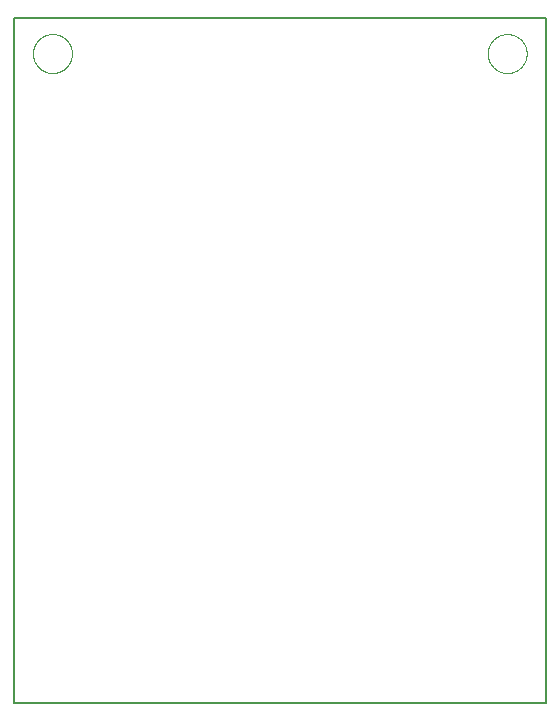
<source format=gko>
G75*
%MOIN*%
%OFA0B0*%
%FSLAX25Y25*%
%IPPOS*%
%LPD*%
%AMOC8*
5,1,8,0,0,1.08239X$1,22.5*
%
%ADD10C,0.00500*%
%ADD11C,0.00000*%
D10*
X0048285Y0052602D02*
X0048285Y0280948D01*
X0225450Y0280948D01*
X0225450Y0052602D01*
X0048285Y0052602D01*
D11*
X0054584Y0269108D02*
X0054586Y0269269D01*
X0054592Y0269429D01*
X0054602Y0269590D01*
X0054616Y0269750D01*
X0054634Y0269909D01*
X0054655Y0270069D01*
X0054681Y0270227D01*
X0054711Y0270385D01*
X0054744Y0270542D01*
X0054782Y0270699D01*
X0054823Y0270854D01*
X0054868Y0271008D01*
X0054917Y0271161D01*
X0054970Y0271313D01*
X0055026Y0271463D01*
X0055086Y0271612D01*
X0055150Y0271760D01*
X0055217Y0271906D01*
X0055288Y0272050D01*
X0055363Y0272192D01*
X0055441Y0272333D01*
X0055522Y0272471D01*
X0055607Y0272608D01*
X0055696Y0272742D01*
X0055787Y0272874D01*
X0055882Y0273004D01*
X0055980Y0273131D01*
X0056081Y0273256D01*
X0056185Y0273379D01*
X0056292Y0273498D01*
X0056402Y0273615D01*
X0056515Y0273730D01*
X0056631Y0273841D01*
X0056749Y0273950D01*
X0056870Y0274055D01*
X0056994Y0274158D01*
X0057120Y0274258D01*
X0057249Y0274354D01*
X0057380Y0274447D01*
X0057513Y0274537D01*
X0057648Y0274624D01*
X0057786Y0274707D01*
X0057925Y0274786D01*
X0058067Y0274863D01*
X0058210Y0274936D01*
X0058355Y0275005D01*
X0058502Y0275070D01*
X0058650Y0275132D01*
X0058800Y0275191D01*
X0058951Y0275245D01*
X0059103Y0275296D01*
X0059257Y0275343D01*
X0059412Y0275386D01*
X0059567Y0275425D01*
X0059724Y0275461D01*
X0059882Y0275493D01*
X0060040Y0275520D01*
X0060199Y0275544D01*
X0060358Y0275564D01*
X0060518Y0275580D01*
X0060679Y0275592D01*
X0060839Y0275600D01*
X0061000Y0275604D01*
X0061160Y0275604D01*
X0061321Y0275600D01*
X0061481Y0275592D01*
X0061642Y0275580D01*
X0061802Y0275564D01*
X0061961Y0275544D01*
X0062120Y0275520D01*
X0062278Y0275493D01*
X0062436Y0275461D01*
X0062593Y0275425D01*
X0062748Y0275386D01*
X0062903Y0275343D01*
X0063057Y0275296D01*
X0063209Y0275245D01*
X0063360Y0275191D01*
X0063510Y0275132D01*
X0063658Y0275070D01*
X0063805Y0275005D01*
X0063950Y0274936D01*
X0064093Y0274863D01*
X0064235Y0274786D01*
X0064374Y0274707D01*
X0064512Y0274624D01*
X0064647Y0274537D01*
X0064780Y0274447D01*
X0064911Y0274354D01*
X0065040Y0274258D01*
X0065166Y0274158D01*
X0065290Y0274055D01*
X0065411Y0273950D01*
X0065529Y0273841D01*
X0065645Y0273730D01*
X0065758Y0273615D01*
X0065868Y0273498D01*
X0065975Y0273379D01*
X0066079Y0273256D01*
X0066180Y0273131D01*
X0066278Y0273004D01*
X0066373Y0272874D01*
X0066464Y0272742D01*
X0066553Y0272608D01*
X0066638Y0272471D01*
X0066719Y0272333D01*
X0066797Y0272192D01*
X0066872Y0272050D01*
X0066943Y0271906D01*
X0067010Y0271760D01*
X0067074Y0271612D01*
X0067134Y0271463D01*
X0067190Y0271313D01*
X0067243Y0271161D01*
X0067292Y0271008D01*
X0067337Y0270854D01*
X0067378Y0270699D01*
X0067416Y0270542D01*
X0067449Y0270385D01*
X0067479Y0270227D01*
X0067505Y0270069D01*
X0067526Y0269909D01*
X0067544Y0269750D01*
X0067558Y0269590D01*
X0067568Y0269429D01*
X0067574Y0269269D01*
X0067576Y0269108D01*
X0067574Y0268947D01*
X0067568Y0268787D01*
X0067558Y0268626D01*
X0067544Y0268466D01*
X0067526Y0268307D01*
X0067505Y0268147D01*
X0067479Y0267989D01*
X0067449Y0267831D01*
X0067416Y0267674D01*
X0067378Y0267517D01*
X0067337Y0267362D01*
X0067292Y0267208D01*
X0067243Y0267055D01*
X0067190Y0266903D01*
X0067134Y0266753D01*
X0067074Y0266604D01*
X0067010Y0266456D01*
X0066943Y0266310D01*
X0066872Y0266166D01*
X0066797Y0266024D01*
X0066719Y0265883D01*
X0066638Y0265745D01*
X0066553Y0265608D01*
X0066464Y0265474D01*
X0066373Y0265342D01*
X0066278Y0265212D01*
X0066180Y0265085D01*
X0066079Y0264960D01*
X0065975Y0264837D01*
X0065868Y0264718D01*
X0065758Y0264601D01*
X0065645Y0264486D01*
X0065529Y0264375D01*
X0065411Y0264266D01*
X0065290Y0264161D01*
X0065166Y0264058D01*
X0065040Y0263958D01*
X0064911Y0263862D01*
X0064780Y0263769D01*
X0064647Y0263679D01*
X0064512Y0263592D01*
X0064374Y0263509D01*
X0064235Y0263430D01*
X0064093Y0263353D01*
X0063950Y0263280D01*
X0063805Y0263211D01*
X0063658Y0263146D01*
X0063510Y0263084D01*
X0063360Y0263025D01*
X0063209Y0262971D01*
X0063057Y0262920D01*
X0062903Y0262873D01*
X0062748Y0262830D01*
X0062593Y0262791D01*
X0062436Y0262755D01*
X0062278Y0262723D01*
X0062120Y0262696D01*
X0061961Y0262672D01*
X0061802Y0262652D01*
X0061642Y0262636D01*
X0061481Y0262624D01*
X0061321Y0262616D01*
X0061160Y0262612D01*
X0061000Y0262612D01*
X0060839Y0262616D01*
X0060679Y0262624D01*
X0060518Y0262636D01*
X0060358Y0262652D01*
X0060199Y0262672D01*
X0060040Y0262696D01*
X0059882Y0262723D01*
X0059724Y0262755D01*
X0059567Y0262791D01*
X0059412Y0262830D01*
X0059257Y0262873D01*
X0059103Y0262920D01*
X0058951Y0262971D01*
X0058800Y0263025D01*
X0058650Y0263084D01*
X0058502Y0263146D01*
X0058355Y0263211D01*
X0058210Y0263280D01*
X0058067Y0263353D01*
X0057925Y0263430D01*
X0057786Y0263509D01*
X0057648Y0263592D01*
X0057513Y0263679D01*
X0057380Y0263769D01*
X0057249Y0263862D01*
X0057120Y0263958D01*
X0056994Y0264058D01*
X0056870Y0264161D01*
X0056749Y0264266D01*
X0056631Y0264375D01*
X0056515Y0264486D01*
X0056402Y0264601D01*
X0056292Y0264718D01*
X0056185Y0264837D01*
X0056081Y0264960D01*
X0055980Y0265085D01*
X0055882Y0265212D01*
X0055787Y0265342D01*
X0055696Y0265474D01*
X0055607Y0265608D01*
X0055522Y0265745D01*
X0055441Y0265883D01*
X0055363Y0266024D01*
X0055288Y0266166D01*
X0055217Y0266310D01*
X0055150Y0266456D01*
X0055086Y0266604D01*
X0055026Y0266753D01*
X0054970Y0266903D01*
X0054917Y0267055D01*
X0054868Y0267208D01*
X0054823Y0267362D01*
X0054782Y0267517D01*
X0054744Y0267674D01*
X0054711Y0267831D01*
X0054681Y0267989D01*
X0054655Y0268147D01*
X0054634Y0268307D01*
X0054616Y0268466D01*
X0054602Y0268626D01*
X0054592Y0268787D01*
X0054586Y0268947D01*
X0054584Y0269108D01*
X0206159Y0269108D02*
X0206161Y0269269D01*
X0206167Y0269429D01*
X0206177Y0269590D01*
X0206191Y0269750D01*
X0206209Y0269909D01*
X0206230Y0270069D01*
X0206256Y0270227D01*
X0206286Y0270385D01*
X0206319Y0270542D01*
X0206357Y0270699D01*
X0206398Y0270854D01*
X0206443Y0271008D01*
X0206492Y0271161D01*
X0206545Y0271313D01*
X0206601Y0271463D01*
X0206661Y0271612D01*
X0206725Y0271760D01*
X0206792Y0271906D01*
X0206863Y0272050D01*
X0206938Y0272192D01*
X0207016Y0272333D01*
X0207097Y0272471D01*
X0207182Y0272608D01*
X0207271Y0272742D01*
X0207362Y0272874D01*
X0207457Y0273004D01*
X0207555Y0273131D01*
X0207656Y0273256D01*
X0207760Y0273379D01*
X0207867Y0273498D01*
X0207977Y0273615D01*
X0208090Y0273730D01*
X0208206Y0273841D01*
X0208324Y0273950D01*
X0208445Y0274055D01*
X0208569Y0274158D01*
X0208695Y0274258D01*
X0208824Y0274354D01*
X0208955Y0274447D01*
X0209088Y0274537D01*
X0209223Y0274624D01*
X0209361Y0274707D01*
X0209500Y0274786D01*
X0209642Y0274863D01*
X0209785Y0274936D01*
X0209930Y0275005D01*
X0210077Y0275070D01*
X0210225Y0275132D01*
X0210375Y0275191D01*
X0210526Y0275245D01*
X0210678Y0275296D01*
X0210832Y0275343D01*
X0210987Y0275386D01*
X0211142Y0275425D01*
X0211299Y0275461D01*
X0211457Y0275493D01*
X0211615Y0275520D01*
X0211774Y0275544D01*
X0211933Y0275564D01*
X0212093Y0275580D01*
X0212254Y0275592D01*
X0212414Y0275600D01*
X0212575Y0275604D01*
X0212735Y0275604D01*
X0212896Y0275600D01*
X0213056Y0275592D01*
X0213217Y0275580D01*
X0213377Y0275564D01*
X0213536Y0275544D01*
X0213695Y0275520D01*
X0213853Y0275493D01*
X0214011Y0275461D01*
X0214168Y0275425D01*
X0214323Y0275386D01*
X0214478Y0275343D01*
X0214632Y0275296D01*
X0214784Y0275245D01*
X0214935Y0275191D01*
X0215085Y0275132D01*
X0215233Y0275070D01*
X0215380Y0275005D01*
X0215525Y0274936D01*
X0215668Y0274863D01*
X0215810Y0274786D01*
X0215949Y0274707D01*
X0216087Y0274624D01*
X0216222Y0274537D01*
X0216355Y0274447D01*
X0216486Y0274354D01*
X0216615Y0274258D01*
X0216741Y0274158D01*
X0216865Y0274055D01*
X0216986Y0273950D01*
X0217104Y0273841D01*
X0217220Y0273730D01*
X0217333Y0273615D01*
X0217443Y0273498D01*
X0217550Y0273379D01*
X0217654Y0273256D01*
X0217755Y0273131D01*
X0217853Y0273004D01*
X0217948Y0272874D01*
X0218039Y0272742D01*
X0218128Y0272608D01*
X0218213Y0272471D01*
X0218294Y0272333D01*
X0218372Y0272192D01*
X0218447Y0272050D01*
X0218518Y0271906D01*
X0218585Y0271760D01*
X0218649Y0271612D01*
X0218709Y0271463D01*
X0218765Y0271313D01*
X0218818Y0271161D01*
X0218867Y0271008D01*
X0218912Y0270854D01*
X0218953Y0270699D01*
X0218991Y0270542D01*
X0219024Y0270385D01*
X0219054Y0270227D01*
X0219080Y0270069D01*
X0219101Y0269909D01*
X0219119Y0269750D01*
X0219133Y0269590D01*
X0219143Y0269429D01*
X0219149Y0269269D01*
X0219151Y0269108D01*
X0219149Y0268947D01*
X0219143Y0268787D01*
X0219133Y0268626D01*
X0219119Y0268466D01*
X0219101Y0268307D01*
X0219080Y0268147D01*
X0219054Y0267989D01*
X0219024Y0267831D01*
X0218991Y0267674D01*
X0218953Y0267517D01*
X0218912Y0267362D01*
X0218867Y0267208D01*
X0218818Y0267055D01*
X0218765Y0266903D01*
X0218709Y0266753D01*
X0218649Y0266604D01*
X0218585Y0266456D01*
X0218518Y0266310D01*
X0218447Y0266166D01*
X0218372Y0266024D01*
X0218294Y0265883D01*
X0218213Y0265745D01*
X0218128Y0265608D01*
X0218039Y0265474D01*
X0217948Y0265342D01*
X0217853Y0265212D01*
X0217755Y0265085D01*
X0217654Y0264960D01*
X0217550Y0264837D01*
X0217443Y0264718D01*
X0217333Y0264601D01*
X0217220Y0264486D01*
X0217104Y0264375D01*
X0216986Y0264266D01*
X0216865Y0264161D01*
X0216741Y0264058D01*
X0216615Y0263958D01*
X0216486Y0263862D01*
X0216355Y0263769D01*
X0216222Y0263679D01*
X0216087Y0263592D01*
X0215949Y0263509D01*
X0215810Y0263430D01*
X0215668Y0263353D01*
X0215525Y0263280D01*
X0215380Y0263211D01*
X0215233Y0263146D01*
X0215085Y0263084D01*
X0214935Y0263025D01*
X0214784Y0262971D01*
X0214632Y0262920D01*
X0214478Y0262873D01*
X0214323Y0262830D01*
X0214168Y0262791D01*
X0214011Y0262755D01*
X0213853Y0262723D01*
X0213695Y0262696D01*
X0213536Y0262672D01*
X0213377Y0262652D01*
X0213217Y0262636D01*
X0213056Y0262624D01*
X0212896Y0262616D01*
X0212735Y0262612D01*
X0212575Y0262612D01*
X0212414Y0262616D01*
X0212254Y0262624D01*
X0212093Y0262636D01*
X0211933Y0262652D01*
X0211774Y0262672D01*
X0211615Y0262696D01*
X0211457Y0262723D01*
X0211299Y0262755D01*
X0211142Y0262791D01*
X0210987Y0262830D01*
X0210832Y0262873D01*
X0210678Y0262920D01*
X0210526Y0262971D01*
X0210375Y0263025D01*
X0210225Y0263084D01*
X0210077Y0263146D01*
X0209930Y0263211D01*
X0209785Y0263280D01*
X0209642Y0263353D01*
X0209500Y0263430D01*
X0209361Y0263509D01*
X0209223Y0263592D01*
X0209088Y0263679D01*
X0208955Y0263769D01*
X0208824Y0263862D01*
X0208695Y0263958D01*
X0208569Y0264058D01*
X0208445Y0264161D01*
X0208324Y0264266D01*
X0208206Y0264375D01*
X0208090Y0264486D01*
X0207977Y0264601D01*
X0207867Y0264718D01*
X0207760Y0264837D01*
X0207656Y0264960D01*
X0207555Y0265085D01*
X0207457Y0265212D01*
X0207362Y0265342D01*
X0207271Y0265474D01*
X0207182Y0265608D01*
X0207097Y0265745D01*
X0207016Y0265883D01*
X0206938Y0266024D01*
X0206863Y0266166D01*
X0206792Y0266310D01*
X0206725Y0266456D01*
X0206661Y0266604D01*
X0206601Y0266753D01*
X0206545Y0266903D01*
X0206492Y0267055D01*
X0206443Y0267208D01*
X0206398Y0267362D01*
X0206357Y0267517D01*
X0206319Y0267674D01*
X0206286Y0267831D01*
X0206256Y0267989D01*
X0206230Y0268147D01*
X0206209Y0268307D01*
X0206191Y0268466D01*
X0206177Y0268626D01*
X0206167Y0268787D01*
X0206161Y0268947D01*
X0206159Y0269108D01*
M02*

</source>
